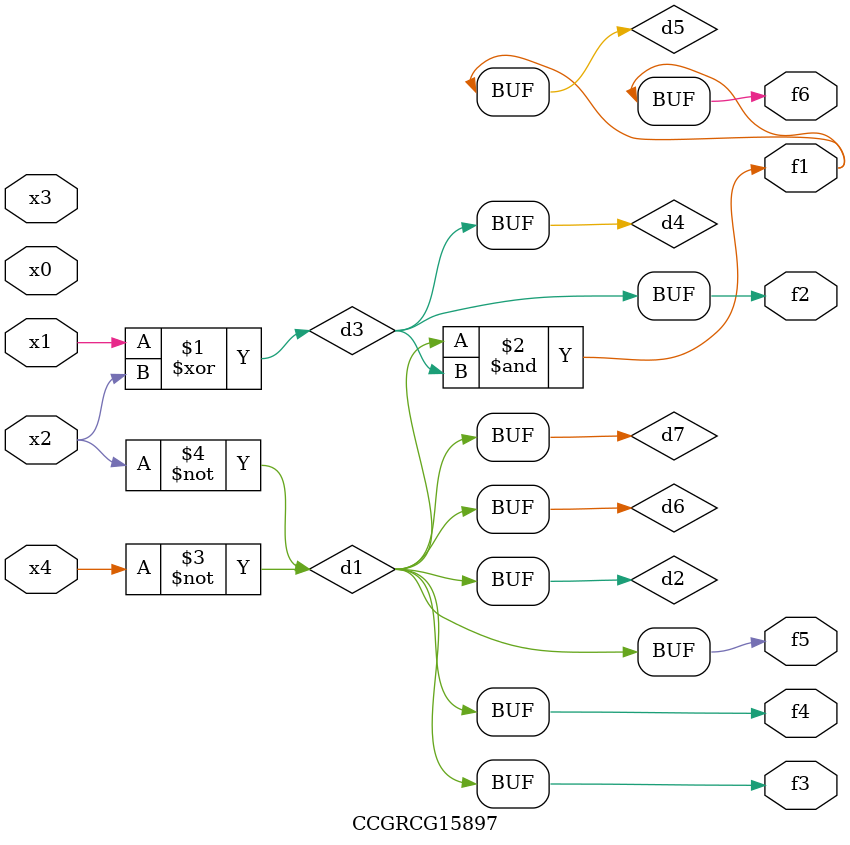
<source format=v>
module CCGRCG15897(
	input x0, x1, x2, x3, x4,
	output f1, f2, f3, f4, f5, f6
);

	wire d1, d2, d3, d4, d5, d6, d7;

	not (d1, x4);
	not (d2, x2);
	xor (d3, x1, x2);
	buf (d4, d3);
	and (d5, d1, d3);
	buf (d6, d1, d2);
	buf (d7, d2);
	assign f1 = d5;
	assign f2 = d4;
	assign f3 = d7;
	assign f4 = d7;
	assign f5 = d7;
	assign f6 = d5;
endmodule

</source>
